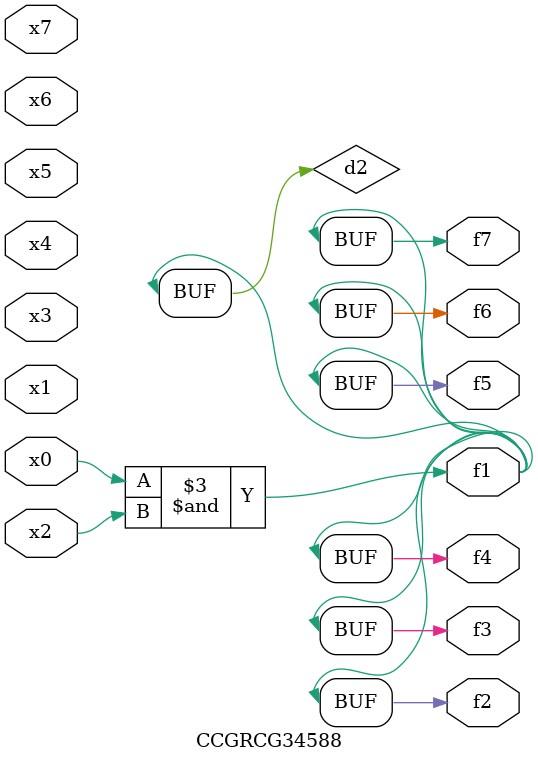
<source format=v>
module CCGRCG34588(
	input x0, x1, x2, x3, x4, x5, x6, x7,
	output f1, f2, f3, f4, f5, f6, f7
);

	wire d1, d2;

	nor (d1, x3, x6);
	and (d2, x0, x2);
	assign f1 = d2;
	assign f2 = d2;
	assign f3 = d2;
	assign f4 = d2;
	assign f5 = d2;
	assign f6 = d2;
	assign f7 = d2;
endmodule

</source>
